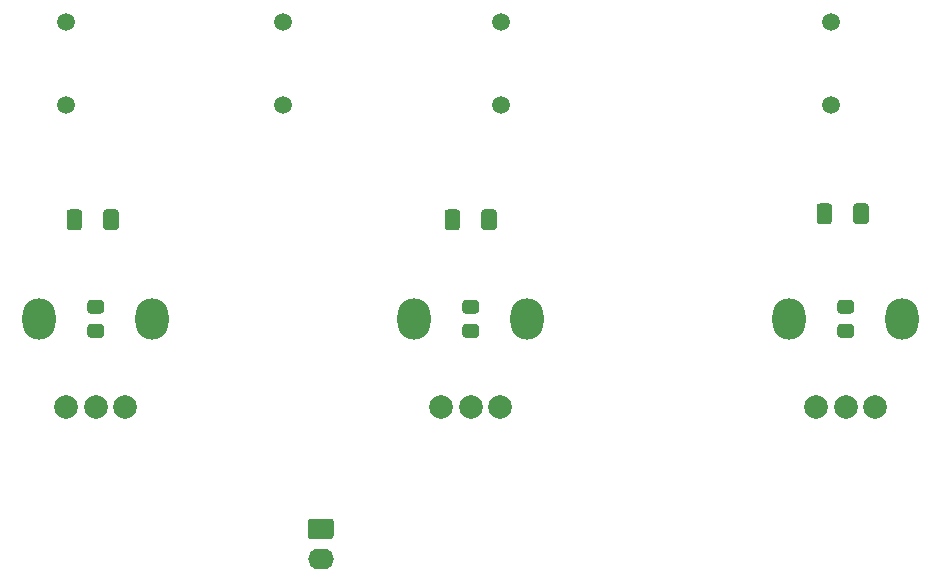
<source format=gbr>
%TF.GenerationSoftware,KiCad,Pcbnew,5.1.7-a382d34a8~87~ubuntu20.04.1*%
%TF.CreationDate,2020-10-16T18:55:23+02:00*%
%TF.ProjectId,3Channel-PiezoAmp,33436861-6e6e-4656-9c2d-5069657a6f41,rev?*%
%TF.SameCoordinates,Original*%
%TF.FileFunction,Soldermask,Top*%
%TF.FilePolarity,Negative*%
%FSLAX46Y46*%
G04 Gerber Fmt 4.6, Leading zero omitted, Abs format (unit mm)*
G04 Created by KiCad (PCBNEW 5.1.7-a382d34a8~87~ubuntu20.04.1) date 2020-10-16 18:55:23*
%MOMM*%
%LPD*%
G01*
G04 APERTURE LIST*
%ADD10C,2.000000*%
%ADD11O,2.800000X3.500000*%
%ADD12O,2.190000X1.740000*%
%ADD13C,1.500000*%
G04 APERTURE END LIST*
D10*
%TO.C,RV1*%
X52110000Y-87510000D03*
X54610000Y-87510000D03*
X57110000Y-87510000D03*
D11*
X49810000Y-80010000D03*
X59410000Y-80010000D03*
%TD*%
D10*
%TO.C,RV2*%
X83860000Y-87510000D03*
X86360000Y-87510000D03*
X88860000Y-87510000D03*
D11*
X81560000Y-80010000D03*
X91160000Y-80010000D03*
%TD*%
D10*
%TO.C,RV3*%
X115610000Y-87510000D03*
X118110000Y-87510000D03*
X120610000Y-87510000D03*
D11*
X113310000Y-80010000D03*
X122910000Y-80010000D03*
%TD*%
%TO.C,BT1*%
G36*
G01*
X72814999Y-96920000D02*
X74505001Y-96920000D01*
G75*
G02*
X74755000Y-97169999I0J-249999D01*
G01*
X74755000Y-98410001D01*
G75*
G02*
X74505001Y-98660000I-249999J0D01*
G01*
X72814999Y-98660000D01*
G75*
G02*
X72565000Y-98410001I0J249999D01*
G01*
X72565000Y-97169999D01*
G75*
G02*
X72814999Y-96920000I249999J0D01*
G01*
G37*
D12*
X73660000Y-100330000D03*
%TD*%
%TO.C,LED1*%
G36*
G01*
X54159999Y-78410000D02*
X55060001Y-78410000D01*
G75*
G02*
X55310000Y-78659999I0J-249999D01*
G01*
X55310000Y-79310001D01*
G75*
G02*
X55060001Y-79560000I-249999J0D01*
G01*
X54159999Y-79560000D01*
G75*
G02*
X53910000Y-79310001I0J249999D01*
G01*
X53910000Y-78659999D01*
G75*
G02*
X54159999Y-78410000I249999J0D01*
G01*
G37*
G36*
G01*
X54159999Y-80460000D02*
X55060001Y-80460000D01*
G75*
G02*
X55310000Y-80709999I0J-249999D01*
G01*
X55310000Y-81360001D01*
G75*
G02*
X55060001Y-81610000I-249999J0D01*
G01*
X54159999Y-81610000D01*
G75*
G02*
X53910000Y-81360001I0J249999D01*
G01*
X53910000Y-80709999D01*
G75*
G02*
X54159999Y-80460000I249999J0D01*
G01*
G37*
%TD*%
%TO.C,LED2*%
G36*
G01*
X85909999Y-78410000D02*
X86810001Y-78410000D01*
G75*
G02*
X87060000Y-78659999I0J-249999D01*
G01*
X87060000Y-79310001D01*
G75*
G02*
X86810001Y-79560000I-249999J0D01*
G01*
X85909999Y-79560000D01*
G75*
G02*
X85660000Y-79310001I0J249999D01*
G01*
X85660000Y-78659999D01*
G75*
G02*
X85909999Y-78410000I249999J0D01*
G01*
G37*
G36*
G01*
X85909999Y-80460000D02*
X86810001Y-80460000D01*
G75*
G02*
X87060000Y-80709999I0J-249999D01*
G01*
X87060000Y-81360001D01*
G75*
G02*
X86810001Y-81610000I-249999J0D01*
G01*
X85909999Y-81610000D01*
G75*
G02*
X85660000Y-81360001I0J249999D01*
G01*
X85660000Y-80709999D01*
G75*
G02*
X85909999Y-80460000I249999J0D01*
G01*
G37*
%TD*%
%TO.C,LED3*%
G36*
G01*
X117659999Y-80460000D02*
X118560001Y-80460000D01*
G75*
G02*
X118810000Y-80709999I0J-249999D01*
G01*
X118810000Y-81360001D01*
G75*
G02*
X118560001Y-81610000I-249999J0D01*
G01*
X117659999Y-81610000D01*
G75*
G02*
X117410000Y-81360001I0J249999D01*
G01*
X117410000Y-80709999D01*
G75*
G02*
X117659999Y-80460000I249999J0D01*
G01*
G37*
G36*
G01*
X117659999Y-78410000D02*
X118560001Y-78410000D01*
G75*
G02*
X118810000Y-78659999I0J-249999D01*
G01*
X118810000Y-79310001D01*
G75*
G02*
X118560001Y-79560000I-249999J0D01*
G01*
X117659999Y-79560000D01*
G75*
G02*
X117410000Y-79310001I0J249999D01*
G01*
X117410000Y-78659999D01*
G75*
G02*
X117659999Y-78410000I249999J0D01*
G01*
G37*
%TD*%
%TO.C,R14*%
G36*
G01*
X55256000Y-72253000D02*
X55256000Y-71003000D01*
G75*
G02*
X55506000Y-70753000I250000J0D01*
G01*
X56306000Y-70753000D01*
G75*
G02*
X56556000Y-71003000I0J-250000D01*
G01*
X56556000Y-72253000D01*
G75*
G02*
X56306000Y-72503000I-250000J0D01*
G01*
X55506000Y-72503000D01*
G75*
G02*
X55256000Y-72253000I0J250000D01*
G01*
G37*
G36*
G01*
X52156000Y-72253000D02*
X52156000Y-71003000D01*
G75*
G02*
X52406000Y-70753000I250000J0D01*
G01*
X53206000Y-70753000D01*
G75*
G02*
X53456000Y-71003000I0J-250000D01*
G01*
X53456000Y-72253000D01*
G75*
G02*
X53206000Y-72503000I-250000J0D01*
G01*
X52406000Y-72503000D01*
G75*
G02*
X52156000Y-72253000I0J250000D01*
G01*
G37*
%TD*%
%TO.C,R15*%
G36*
G01*
X87260000Y-72253000D02*
X87260000Y-71003000D01*
G75*
G02*
X87510000Y-70753000I250000J0D01*
G01*
X88310000Y-70753000D01*
G75*
G02*
X88560000Y-71003000I0J-250000D01*
G01*
X88560000Y-72253000D01*
G75*
G02*
X88310000Y-72503000I-250000J0D01*
G01*
X87510000Y-72503000D01*
G75*
G02*
X87260000Y-72253000I0J250000D01*
G01*
G37*
G36*
G01*
X84160000Y-72253000D02*
X84160000Y-71003000D01*
G75*
G02*
X84410000Y-70753000I250000J0D01*
G01*
X85210000Y-70753000D01*
G75*
G02*
X85460000Y-71003000I0J-250000D01*
G01*
X85460000Y-72253000D01*
G75*
G02*
X85210000Y-72503000I-250000J0D01*
G01*
X84410000Y-72503000D01*
G75*
G02*
X84160000Y-72253000I0J250000D01*
G01*
G37*
%TD*%
%TO.C,R16*%
G36*
G01*
X115656000Y-71745000D02*
X115656000Y-70495000D01*
G75*
G02*
X115906000Y-70245000I250000J0D01*
G01*
X116706000Y-70245000D01*
G75*
G02*
X116956000Y-70495000I0J-250000D01*
G01*
X116956000Y-71745000D01*
G75*
G02*
X116706000Y-71995000I-250000J0D01*
G01*
X115906000Y-71995000D01*
G75*
G02*
X115656000Y-71745000I0J250000D01*
G01*
G37*
G36*
G01*
X118756000Y-71745000D02*
X118756000Y-70495000D01*
G75*
G02*
X119006000Y-70245000I250000J0D01*
G01*
X119806000Y-70245000D01*
G75*
G02*
X120056000Y-70495000I0J-250000D01*
G01*
X120056000Y-71745000D01*
G75*
G02*
X119806000Y-71995000I-250000J0D01*
G01*
X119006000Y-71995000D01*
G75*
G02*
X118756000Y-71745000I0J250000D01*
G01*
G37*
%TD*%
D13*
%TO.C,J1*%
X52070000Y-54915000D03*
X52070000Y-61915000D03*
%TD*%
%TO.C,J2*%
X70485000Y-61915000D03*
X70485000Y-54915000D03*
%TD*%
%TO.C,J3*%
X88900000Y-54915000D03*
X88900000Y-61915000D03*
%TD*%
%TO.C,J4*%
X116840000Y-61915000D03*
X116840000Y-54915000D03*
%TD*%
M02*

</source>
